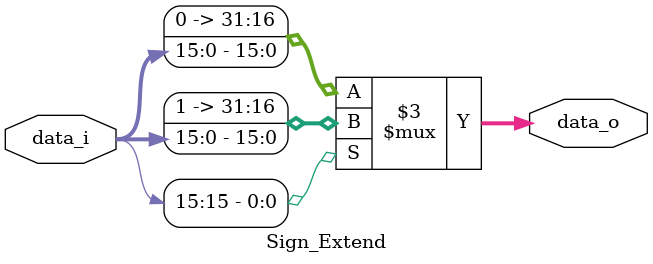
<source format=v>
module Sign_Extend(
                   input [16-1:0] data_i,
                   output reg [32-1:0] data_o
                   );

always@(*)begin
	if(data_i[15])
		data_o = {16'b1111111111111111,data_i[15:0]};
	else
		data_o = {16'b0000000000000000,data_i[15:0]};
end

endmodule
</source>
